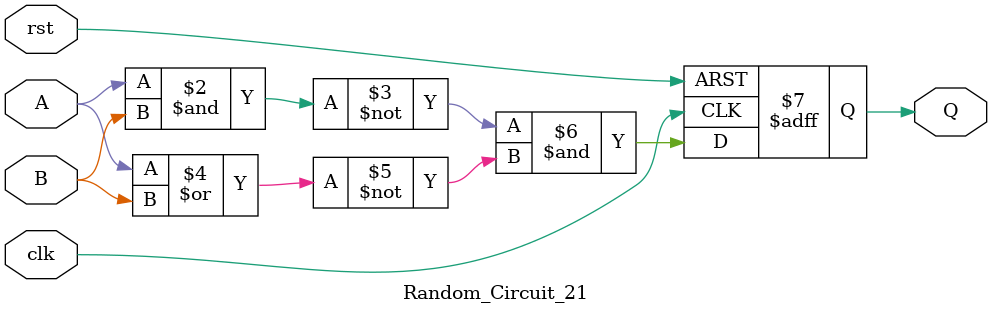
<source format=v>
module Random_Circuit_21 (
    input A, B, clk, rst,
    output reg Q
);
    always @(posedge clk or posedge rst) begin
        if (rst)
            Q <= 0;
        else
            Q <= ~(A & B) & ~(A | B);  // NAND & NOR logic
    end
endmodule


</source>
